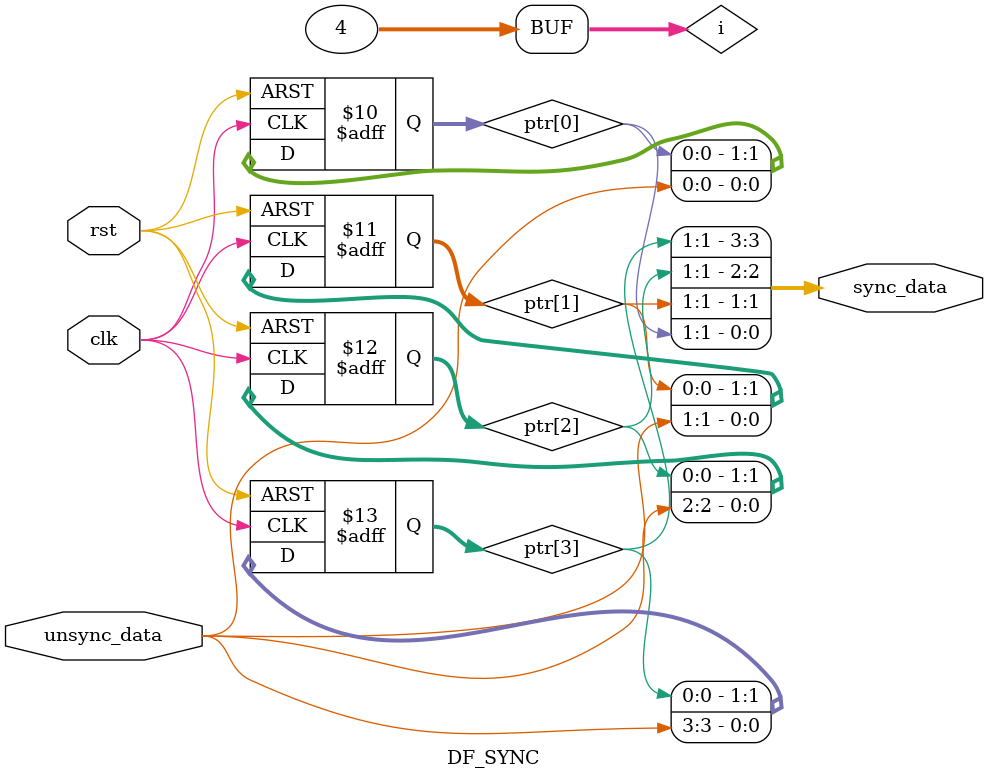
<source format=v>
module DF_SYNC #( parameter ptr_width = 4 , num_stages = 2)
(
 input wire clk , rst ,
 input wire [ptr_width-1:0] unsync_data ,
 output reg [ptr_width-1:0] sync_data

) ;

reg [num_stages-1:0] ptr [ptr_width-1:0] ;
integer i ;
always@ (posedge clk or negedge rst)
 begin
   if (!rst)
    begin
      for ( i = 0 ; i < ptr_width ; i = i + 1 )
       begin
        ptr [i] <= 'b0 ;
       end
     end
    
    else 
     begin
       for ( i = 0 ; i < ptr_width ; i = i + 1)
        begin
          ptr [i] <= {ptr [i][num_stages-2:0] , unsync_data[i]} ;
        end
     end
   
 end

always@ (*)
 begin
   for ( i = 0 ; i < ptr_width ; i = i + 1 )
    sync_data [i] = ptr[i] [num_stages-1] ;
 end

endmodule
</source>
